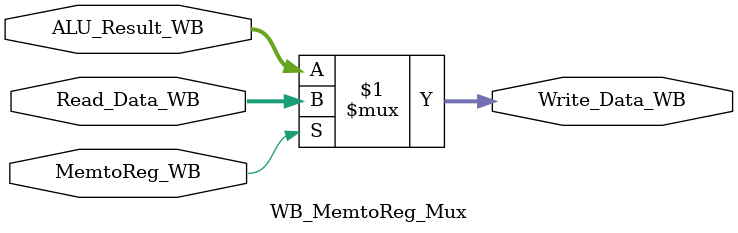
<source format=v>

module WB_MemtoReg_Mux(
		       input [31:0]  ALU_Result_WB,
		       input [31:0]	     Read_Data_WB,
		       input 	     MemtoReg_WB,
		       output [31:0] Write_Data_WB
		       );

   assign Write_Data_WB = MemtoReg_WB? Read_Data_WB : ALU_Result_WB;

endmodule // WB_MemtoReg_Mux




   
   

</source>
